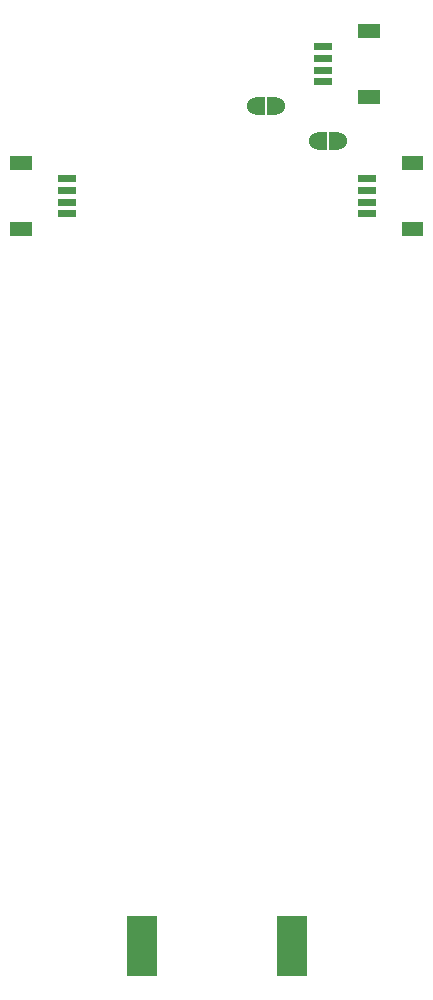
<source format=gbr>
G04 start of page 11 for group -4014 idx -4014 *
G04 Title: (unknown), bottompaste *
G04 Creator: pcb 4.0.2 *
G04 CreationDate: Wed Jun 16 02:35:33 2021 UTC *
G04 For: railfan *
G04 Format: Gerber/RS-274X *
G04 PCB-Dimensions (mil): 3000.00 5000.00 *
G04 PCB-Coordinate-Origin: lower left *
%MOIN*%
%FSLAX25Y25*%
%LNBOTTOMPASTE*%
%ADD54C,0.0600*%
%ADD53C,0.0001*%
G54D53*G36*
X196949Y407087D02*Y404725D01*
X203051D01*
Y407087D01*
X196949D01*
G37*
G36*
Y403150D02*Y400788D01*
X203051D01*
Y403150D01*
X196949D01*
G37*
G36*
Y399212D02*Y396850D01*
X203051D01*
Y399212D01*
X196949D01*
G37*
G36*
Y395275D02*Y392913D01*
X203051D01*
Y395275D01*
X196949D01*
G37*
G36*
X211713Y413386D02*Y408662D01*
X218799D01*
Y413386D01*
X211713D01*
G37*
G36*
Y391338D02*Y386614D01*
X218799D01*
Y391338D01*
X211713D01*
G37*
G36*
X96949Y395275D02*Y392913D01*
X103051D01*
Y395275D01*
X96949D01*
G37*
G36*
Y399212D02*Y396850D01*
X103051D01*
Y399212D01*
X96949D01*
G37*
G36*
Y403150D02*Y400788D01*
X103051D01*
Y403150D01*
X96949D01*
G37*
G36*
Y407087D02*Y404725D01*
X103051D01*
Y407087D01*
X96949D01*
G37*
G36*
X81201Y391338D02*Y386614D01*
X88287D01*
Y391338D01*
X81201D01*
G37*
G36*
Y413386D02*Y408662D01*
X88287D01*
Y413386D01*
X81201D01*
G37*
G54D54*X183700Y418500D03*
G54D53*G36*
X186700Y421500D02*X183700D01*
Y415500D01*
X186700D01*
Y421500D01*
G37*
G54D54*X190500Y418500D03*
G54D53*G36*
Y421500D02*X187500D01*
Y415500D01*
X190500D01*
Y421500D01*
G37*
G36*
X130000Y160000D02*X120000D01*
Y140000D01*
X130000D01*
Y160000D01*
G37*
G36*
X180000D02*X170000D01*
Y140000D01*
X180000D01*
Y160000D01*
G37*
G36*
X182449Y451087D02*Y448725D01*
X188551D01*
Y451087D01*
X182449D01*
G37*
G36*
Y447150D02*Y444788D01*
X188551D01*
Y447150D01*
X182449D01*
G37*
G36*
Y443212D02*Y440850D01*
X188551D01*
Y443212D01*
X182449D01*
G37*
G36*
Y439275D02*Y436913D01*
X188551D01*
Y439275D01*
X182449D01*
G37*
G36*
X197213Y457386D02*Y452662D01*
X204299D01*
Y457386D01*
X197213D01*
G37*
G36*
Y435338D02*Y430614D01*
X204299D01*
Y435338D01*
X197213D01*
G37*
G54D54*X163100Y430000D03*
G54D53*G36*
X166100Y433000D02*X163100D01*
Y427000D01*
X166100D01*
Y433000D01*
G37*
G54D54*X169900Y430000D03*
G54D53*G36*
Y433000D02*X166900D01*
Y427000D01*
X169900D01*
Y433000D01*
G37*
M02*

</source>
